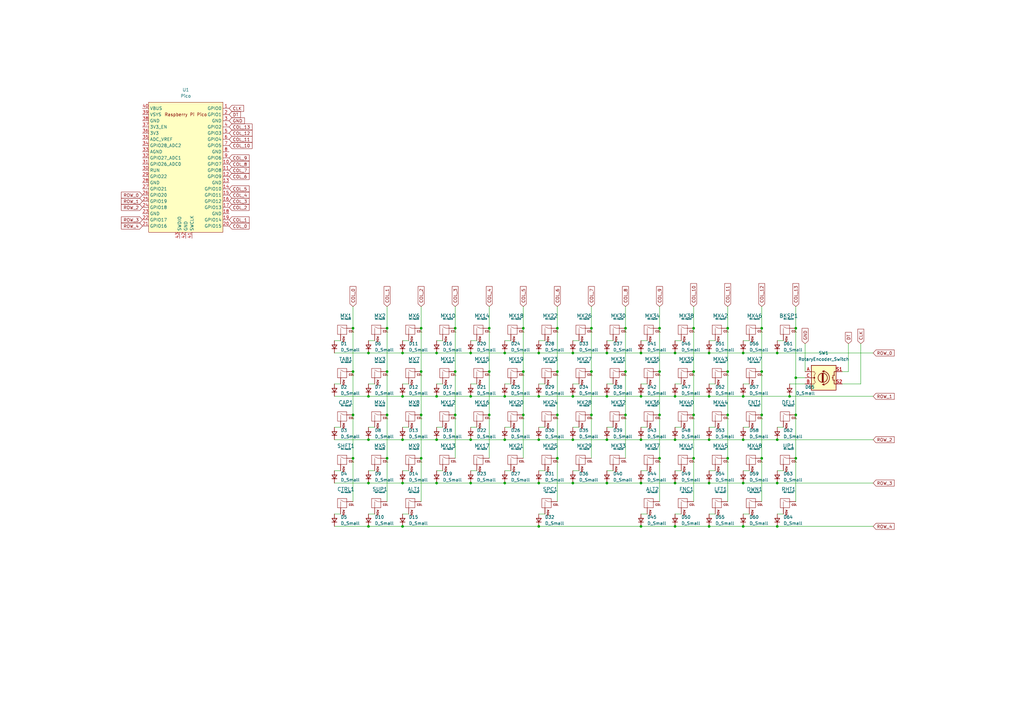
<source format=kicad_sch>
(kicad_sch (version 20211123) (generator eeschema)
  (paper "A3")
  (title_block (title "Orions Hands") (date "2022-10-07") (rev "1.0") (company "Aleksas Girenas"))
  (junction (at 220.98 215.9))
  (junction (at 298.45 134.62))
  (junction (at 207.01 162.56))
  (junction (at 144.78 187.96))
  (junction (at 248.92 198.12))
  (junction (at 248.92 162.56))
  (junction (at 262.89 198.12))
  (junction (at 220.98 198.12))
  (junction (at 242.57 134.62))
  (junction (at 144.78 134.62))
  (junction (at 298.45 152.4))
  (junction (at 165.1 162.56))
  (junction (at 193.04 162.56))
  (junction (at 165.1 215.9))
  (junction (at 318.77 144.78))
  (junction (at 151.13 215.9))
  (junction (at 270.51 152.4))
  (junction (at 256.54 134.62))
  (junction (at 326.39 187.96))
  (junction (at 276.86 180.34))
  (junction (at 312.42 187.96))
  (junction (at 270.51 170.18))
  (junction (at 326.39 154.94))
  (junction (at 228.6 152.4))
  (junction (at 270.51 187.96))
  (junction (at 304.8 162.56))
  (junction (at 262.89 215.9))
  (junction (at 276.86 198.12))
  (junction (at 186.69 134.62))
  (junction (at 144.78 170.18))
  (junction (at 276.86 144.78))
  (junction (at 207.01 198.12))
  (junction (at 312.42 134.62))
  (junction (at 234.95 198.12))
  (junction (at 304.8 144.78))
  (junction (at 228.6 187.96))
  (junction (at 172.72 187.96))
  (junction (at 144.78 152.4))
  (junction (at 179.07 180.34))
  (junction (at 304.8 215.9))
  (junction (at 284.48 152.4))
  (junction (at 165.1 198.12))
  (junction (at 179.07 162.56))
  (junction (at 318.77 215.9))
  (junction (at 220.98 162.56))
  (junction (at 298.45 170.18))
  (junction (at 262.89 180.34))
  (junction (at 234.95 180.34))
  (junction (at 242.57 152.4))
  (junction (at 193.04 180.34))
  (junction (at 165.1 180.34))
  (junction (at 248.92 180.34))
  (junction (at 234.95 144.78))
  (junction (at 284.48 134.62))
  (junction (at 326.39 170.18))
  (junction (at 290.83 144.78))
  (junction (at 228.6 134.62))
  (junction (at 151.13 144.78))
  (junction (at 312.42 152.4))
  (junction (at 256.54 170.18))
  (junction (at 172.72 134.62))
  (junction (at 158.75 134.62))
  (junction (at 151.13 162.56))
  (junction (at 262.89 144.78))
  (junction (at 284.48 170.18))
  (junction (at 248.92 144.78))
  (junction (at 172.72 152.4))
  (junction (at 228.6 170.18))
  (junction (at 207.01 180.34))
  (junction (at 214.63 134.62))
  (junction (at 158.75 170.18))
  (junction (at 158.75 187.96))
  (junction (at 276.86 162.56))
  (junction (at 242.57 170.18))
  (junction (at 234.95 162.56))
  (junction (at 179.07 144.78))
  (junction (at 318.77 198.12))
  (junction (at 284.48 187.96))
  (junction (at 304.8 180.34))
  (junction (at 214.63 152.4))
  (junction (at 290.83 180.34))
  (junction (at 200.66 170.18))
  (junction (at 193.04 198.12))
  (junction (at 207.01 144.78))
  (junction (at 186.69 152.4))
  (junction (at 290.83 198.12))
  (junction (at 270.51 134.62))
  (junction (at 290.83 215.9))
  (junction (at 304.8 198.12))
  (junction (at 312.42 170.18))
  (junction (at 262.89 162.56))
  (junction (at 186.69 170.18))
  (junction (at 220.98 180.34))
  (junction (at 318.77 180.34))
  (junction (at 326.39 134.62))
  (junction (at 151.13 198.12))
  (junction (at 290.83 162.56))
  (junction (at 158.75 152.4))
  (junction (at 200.66 152.4))
  (junction (at 256.54 152.4))
  (junction (at 323.85 162.56))
  (junction (at 220.98 144.78))
  (junction (at 214.63 170.18))
  (junction (at 193.04 144.78))
  (junction (at 151.13 180.34))
  (junction (at 165.1 144.78))
  (junction (at 172.72 170.18))
  (junction (at 276.86 215.9))
  (junction (at 179.07 198.12))
  (junction (at 298.45 187.96))
  (junction (at 200.66 134.62))
  (wire (pts (xy 172.72 187.96) (xy 172.72 205.74)))
  (wire (pts (xy 290.83 210.82) (xy 293.37 210.82)))
  (wire (pts (xy 298.45 170.18) (xy 298.45 187.96)))
  (wire (pts (xy 179.07 144.78) (xy 193.04 144.78)))
  (wire (pts (xy 234.95 162.56) (xy 248.92 162.56)))
  (wire (pts (xy 179.07 157.48) (xy 181.61 157.48)))
  (wire (pts (xy 276.86 193.04) (xy 279.4 193.04)))
  (wire (pts (xy 318.77 180.34) (xy 358.14 180.34)))
  (wire (pts (xy 200.66 125.73) (xy 200.66 134.62)))
  (wire (pts (xy 270.51 152.4) (xy 270.51 170.18)))
  (wire (pts (xy 298.45 125.73) (xy 298.45 134.62)))
  (wire (pts (xy 158.75 134.62) (xy 158.75 152.4)))
  (wire (pts (xy 179.07 180.34) (xy 193.04 180.34)))
  (wire (pts (xy 284.48 152.4) (xy 284.48 170.18)))
  (wire (pts (xy 323.85 157.48) (xy 330.2 157.48)))
  (wire (pts (xy 276.86 198.12) (xy 290.83 198.12)))
  (wire (pts (xy 172.72 134.62) (xy 172.72 152.4)))
  (wire (pts (xy 200.66 152.4) (xy 200.66 170.18)))
  (wire (pts (xy 242.57 134.62) (xy 242.57 152.4)))
  (wire (pts (xy 345.44 152.4) (xy 347.98 152.4)))
  (wire (pts (xy 242.57 125.73) (xy 242.57 134.62)))
  (wire (pts (xy 186.69 134.62) (xy 186.69 152.4)))
  (wire (pts (xy 262.89 162.56) (xy 276.86 162.56)))
  (wire (pts (xy 220.98 162.56) (xy 234.95 162.56)))
  (wire (pts (xy 248.92 180.34) (xy 262.89 180.34)))
  (wire (pts (xy 326.39 170.18) (xy 326.39 187.96)))
  (wire (pts (xy 312.42 170.18) (xy 312.42 187.96)))
  (wire (pts (xy 207.01 180.34) (xy 220.98 180.34)))
  (wire (pts (xy 151.13 193.04) (xy 153.67 193.04)))
  (wire (pts (xy 304.8 193.04) (xy 307.34 193.04)))
  (wire (pts (xy 312.42 187.96) (xy 312.42 205.74)))
  (wire (pts (xy 345.44 157.48) (xy 353.06 157.48)))
  (wire (pts (xy 137.16 162.56) (xy 151.13 162.56)))
  (wire (pts (xy 151.13 210.82) (xy 153.67 210.82)))
  (wire (pts (xy 248.92 157.48) (xy 251.46 157.48)))
  (wire (pts (xy 234.95 198.12) (xy 248.92 198.12)))
  (wire (pts (xy 318.77 193.04) (xy 321.31 193.04)))
  (wire (pts (xy 228.6 134.62) (xy 228.6 152.4)))
  (wire (pts (xy 165.1 180.34) (xy 179.07 180.34)))
  (wire (pts (xy 290.83 139.7) (xy 293.37 139.7)))
  (wire (pts (xy 179.07 198.12) (xy 193.04 198.12)))
  (wire (pts (xy 326.39 125.73) (xy 326.39 134.62)))
  (wire (pts (xy 220.98 210.82) (xy 223.52 210.82)))
  (wire (pts (xy 276.86 139.7) (xy 279.4 139.7)))
  (wire (pts (xy 304.8 215.9) (xy 318.77 215.9)))
  (wire (pts (xy 318.77 210.82) (xy 321.31 210.82)))
  (wire (pts (xy 290.83 175.26) (xy 293.37 175.26)))
  (wire (pts (xy 144.78 134.62) (xy 144.78 152.4)))
  (wire (pts (xy 347.98 140.97) (xy 347.98 152.4)))
  (wire (pts (xy 151.13 157.48) (xy 153.67 157.48)))
  (wire (pts (xy 326.39 154.94) (xy 326.39 170.18)))
  (wire (pts (xy 312.42 125.73) (xy 312.42 134.62)))
  (wire (pts (xy 276.86 144.78) (xy 290.83 144.78)))
  (wire (pts (xy 193.04 139.7) (xy 195.58 139.7)))
  (wire (pts (xy 144.78 152.4) (xy 144.78 170.18)))
  (wire (pts (xy 298.45 134.62) (xy 298.45 152.4)))
  (wire (pts (xy 193.04 193.04) (xy 195.58 193.04)))
  (wire (pts (xy 220.98 198.12) (xy 234.95 198.12)))
  (wire (pts (xy 304.8 198.12) (xy 318.77 198.12)))
  (wire (pts (xy 151.13 198.12) (xy 165.1 198.12)))
  (wire (pts (xy 262.89 215.9) (xy 276.86 215.9)))
  (wire (pts (xy 158.75 152.4) (xy 158.75 170.18)))
  (wire (pts (xy 137.16 193.04) (xy 139.7 193.04)))
  (wire (pts (xy 137.16 215.9) (xy 151.13 215.9)))
  (wire (pts (xy 276.86 175.26) (xy 279.4 175.26)))
  (wire (pts (xy 330.2 140.97) (xy 330.2 152.4)))
  (wire (pts (xy 248.92 162.56) (xy 262.89 162.56)))
  (wire (pts (xy 234.95 193.04) (xy 237.49 193.04)))
  (wire (pts (xy 304.8 210.82) (xy 307.34 210.82)))
  (wire (pts (xy 165.1 162.56) (xy 179.07 162.56)))
  (wire (pts (xy 137.16 139.7) (xy 139.7 139.7)))
  (wire (pts (xy 290.83 180.34) (xy 304.8 180.34)))
  (wire (pts (xy 214.63 125.73) (xy 214.63 134.62)))
  (wire (pts (xy 207.01 162.56) (xy 220.98 162.56)))
  (wire (pts (xy 290.83 162.56) (xy 304.8 162.56)))
  (wire (pts (xy 358.14 198.12) (xy 318.77 198.12)))
  (wire (pts (xy 158.75 125.73) (xy 158.75 134.62)))
  (wire (pts (xy 179.07 175.26) (xy 181.61 175.26)))
  (wire (pts (xy 326.39 154.94) (xy 330.2 154.94)))
  (wire (pts (xy 262.89 193.04) (xy 265.43 193.04)))
  (wire (pts (xy 290.83 144.78) (xy 304.8 144.78)))
  (wire (pts (xy 220.98 180.34) (xy 234.95 180.34)))
  (wire (pts (xy 151.13 144.78) (xy 165.1 144.78)))
  (wire (pts (xy 353.06 140.97) (xy 353.06 157.48)))
  (wire (pts (xy 312.42 134.62) (xy 312.42 152.4)))
  (wire (pts (xy 144.78 125.73) (xy 144.78 134.62)))
  (wire (pts (xy 207.01 175.26) (xy 209.55 175.26)))
  (wire (pts (xy 207.01 193.04) (xy 209.55 193.04)))
  (wire (pts (xy 256.54 170.18) (xy 256.54 187.96)))
  (wire (pts (xy 193.04 175.26) (xy 195.58 175.26)))
  (wire (pts (xy 220.98 215.9) (xy 262.89 215.9)))
  (wire (pts (xy 137.16 210.82) (xy 139.7 210.82)))
  (wire (pts (xy 228.6 170.18) (xy 228.6 187.96)))
  (wire (pts (xy 137.16 144.78) (xy 151.13 144.78)))
  (wire (pts (xy 179.07 193.04) (xy 181.61 193.04)))
  (wire (pts (xy 220.98 157.48) (xy 223.52 157.48)))
  (wire (pts (xy 284.48 134.62) (xy 284.48 152.4)))
  (wire (pts (xy 270.51 187.96) (xy 270.51 205.74)))
  (wire (pts (xy 172.72 125.73) (xy 172.72 134.62)))
  (wire (pts (xy 234.95 175.26) (xy 237.49 175.26)))
  (wire (pts (xy 234.95 144.78) (xy 248.92 144.78)))
  (wire (pts (xy 207.01 157.48) (xy 209.55 157.48)))
  (wire (pts (xy 158.75 187.96) (xy 158.75 205.74)))
  (wire (pts (xy 318.77 180.34) (xy 304.8 180.34)))
  (wire (pts (xy 290.83 157.48) (xy 293.37 157.48)))
  (wire (pts (xy 270.51 125.73) (xy 270.51 134.62)))
  (wire (pts (xy 151.13 180.34) (xy 165.1 180.34)))
  (wire (pts (xy 234.95 157.48) (xy 237.49 157.48)))
  (wire (pts (xy 318.77 144.78) (xy 358.14 144.78)))
  (wire (pts (xy 193.04 198.12) (xy 207.01 198.12)))
  (wire (pts (xy 262.89 157.48) (xy 265.43 157.48)))
  (wire (pts (xy 186.69 170.18) (xy 186.69 187.96)))
  (wire (pts (xy 276.86 157.48) (xy 279.4 157.48)))
  (wire (pts (xy 193.04 144.78) (xy 207.01 144.78)))
  (wire (pts (xy 262.89 210.82) (xy 265.43 210.82)))
  (wire (pts (xy 165.1 210.82) (xy 167.64 210.82)))
  (wire (pts (xy 165.1 139.7) (xy 167.64 139.7)))
  (wire (pts (xy 242.57 170.18) (xy 242.57 187.96)))
  (wire (pts (xy 200.66 170.18) (xy 200.66 187.96)))
  (wire (pts (xy 207.01 198.12) (xy 220.98 198.12)))
  (wire (pts (xy 165.1 198.12) (xy 179.07 198.12)))
  (wire (pts (xy 262.89 180.34) (xy 276.86 180.34)))
  (wire (pts (xy 326.39 187.96) (xy 326.39 205.74)))
  (wire (pts (xy 290.83 193.04) (xy 293.37 193.04)))
  (wire (pts (xy 165.1 215.9) (xy 220.98 215.9)))
  (wire (pts (xy 209.55 139.7) (xy 207.01 139.7)))
  (wire (pts (xy 220.98 175.26) (xy 223.52 175.26)))
  (wire (pts (xy 284.48 187.96) (xy 284.48 205.74)))
  (wire (pts (xy 137.16 198.12) (xy 151.13 198.12)))
  (wire (pts (xy 298.45 152.4) (xy 298.45 170.18)))
  (wire (pts (xy 248.92 175.26) (xy 251.46 175.26)))
  (wire (pts (xy 248.92 144.78) (xy 262.89 144.78)))
  (wire (pts (xy 165.1 193.04) (xy 167.64 193.04)))
  (wire (pts (xy 276.86 162.56) (xy 290.83 162.56)))
  (wire (pts (xy 220.98 144.78) (xy 234.95 144.78)))
  (wire (pts (xy 318.77 139.7) (xy 321.31 139.7)))
  (wire (pts (xy 228.6 187.96) (xy 228.6 205.74)))
  (wire (pts (xy 193.04 162.56) (xy 207.01 162.56)))
  (wire (pts (xy 234.95 139.7) (xy 237.49 139.7)))
  (wire (pts (xy 193.04 180.34) (xy 207.01 180.34)))
  (wire (pts (xy 165.1 175.26) (xy 167.64 175.26)))
  (wire (pts (xy 298.45 187.96) (xy 298.45 205.74)))
  (wire (pts (xy 137.16 175.26) (xy 139.7 175.26)))
  (wire (pts (xy 262.89 144.78) (xy 276.86 144.78)))
  (wire (pts (xy 290.83 198.12) (xy 304.8 198.12)))
  (wire (pts (xy 276.86 210.82) (xy 279.4 210.82)))
  (wire (pts (xy 256.54 152.4) (xy 256.54 170.18)))
  (wire (pts (xy 153.67 139.7) (xy 151.13 139.7)))
  (wire (pts (xy 151.13 215.9) (xy 165.1 215.9)))
  (wire (pts (xy 220.98 139.7) (xy 223.52 139.7)))
  (wire (pts (xy 234.95 180.34) (xy 248.92 180.34)))
  (wire (pts (xy 304.8 144.78) (xy 318.77 144.78)))
  (wire (pts (xy 165.1 157.48) (xy 167.64 157.48)))
  (wire (pts (xy 284.48 170.18) (xy 284.48 187.96)))
  (wire (pts (xy 165.1 144.78) (xy 179.07 144.78)))
  (wire (pts (xy 179.07 139.7) (xy 181.61 139.7)))
  (wire (pts (xy 318.77 175.26) (xy 321.31 175.26)))
  (wire (pts (xy 172.72 152.4) (xy 172.72 170.18)))
  (wire (pts (xy 270.51 134.62) (xy 270.51 152.4)))
  (wire (pts (xy 276.86 180.34) (xy 290.83 180.34)))
  (wire (pts (xy 144.78 187.96) (xy 144.78 205.74)))
  (wire (pts (xy 304.8 162.56) (xy 323.85 162.56)))
  (wire (pts (xy 290.83 215.9) (xy 304.8 215.9)))
  (wire (pts (xy 318.77 215.9) (xy 358.14 215.9)))
  (wire (pts (xy 151.13 175.26) (xy 153.67 175.26)))
  (wire (pts (xy 214.63 152.4) (xy 214.63 170.18)))
  (wire (pts (xy 312.42 152.4) (xy 312.42 170.18)))
  (wire (pts (xy 186.69 125.73) (xy 186.69 134.62)))
  (wire (pts (xy 179.07 162.56) (xy 193.04 162.56)))
  (wire (pts (xy 220.98 193.04) (xy 223.52 193.04)))
  (wire (pts (xy 284.48 125.73) (xy 284.48 134.62)))
  (wire (pts (xy 304.8 157.48) (xy 307.34 157.48)))
  (wire (pts (xy 158.75 170.18) (xy 158.75 187.96)))
  (wire (pts (xy 214.63 170.18) (xy 214.63 187.96)))
  (wire (pts (xy 193.04 157.48) (xy 195.58 157.48)))
  (wire (pts (xy 323.85 162.56) (xy 358.14 162.56)))
  (wire (pts (xy 228.6 152.4) (xy 228.6 170.18)))
  (wire (pts (xy 172.72 170.18) (xy 172.72 187.96)))
  (wire (pts (xy 214.63 134.62) (xy 214.63 152.4)))
  (wire (pts (xy 248.92 193.04) (xy 251.46 193.04)))
  (wire (pts (xy 200.66 134.62) (xy 200.66 152.4)))
  (wire (pts (xy 256.54 134.62) (xy 256.54 152.4)))
  (wire (pts (xy 248.92 198.12) (xy 262.89 198.12)))
  (wire (pts (xy 270.51 170.18) (xy 270.51 187.96)))
  (wire (pts (xy 242.57 152.4) (xy 242.57 170.18)))
  (wire (pts (xy 262.89 175.26) (xy 265.43 175.26)))
  (wire (pts (xy 276.86 215.9) (xy 290.83 215.9)))
  (wire (pts (xy 262.89 139.7) (xy 265.43 139.7)))
  (wire (pts (xy 144.78 170.18) (xy 144.78 187.96)))
  (wire (pts (xy 304.8 139.7) (xy 307.34 139.7)))
  (wire (pts (xy 262.89 198.12) (xy 276.86 198.12)))
  (wire (pts (xy 304.8 175.26) (xy 307.34 175.26)))
  (wire (pts (xy 326.39 134.62) (xy 326.39 154.94)))
  (wire (pts (xy 137.16 157.48) (xy 139.7 157.48)))
  (wire (pts (xy 256.54 125.73) (xy 256.54 134.62)))
  (wire (pts (xy 228.6 125.73) (xy 228.6 134.62)))
  (wire (pts (xy 137.16 180.34) (xy 151.13 180.34)))
  (wire (pts (xy 186.69 152.4) (xy 186.69 170.18)))
  (wire (pts (xy 151.13 162.56) (xy 165.1 162.56)))
  (wire (pts (xy 248.92 139.7) (xy 251.46 139.7)))
  (wire (pts (xy 207.01 144.78) (xy 220.98 144.78)))
  (global_label "ROW_0" (shape input) (at 58.42 80.01 180) (property "Intersheet References" "${INTERSHEET_REFS}" (effects hide)))
  (global_label "COL_5" (shape input) (at 214.63 125.73 90) (property "Intersheet References" "${INTERSHEET_REFS}" (effects hide)))
  (global_label "COL_11" (shape input) (at 93.98 57.15 0) (property "Intersheet References" "${INTERSHEET_REFS}" (effects hide)))
  (global_label "ROW_0" (shape input) (at 358.14 144.78 0) (property "Intersheet References" "${INTERSHEET_REFS}" (effects hide)))
  (global_label "COL_2" (shape input) (at 93.98 85.09 0) (property "Intersheet References" "${INTERSHEET_REFS}" (effects hide)))
  (global_label "DT" (shape input) (at 93.98 46.99 0) (property "Intersheet References" "${INTERSHEET_REFS}" (effects hide)))
  (global_label "COL_6" (shape input) (at 228.6 125.73 90) (property "Intersheet References" "${INTERSHEET_REFS}" (effects hide)))
  (global_label "COL_2" (shape input) (at 172.72 125.73 90) (property "Intersheet References" "${INTERSHEET_REFS}" (effects hide)))
  (global_label "COL_5" (shape input) (at 93.98 77.47 0) (property "Intersheet References" "${INTERSHEET_REFS}" (effects hide)))
  (global_label "COL_3" (shape input) (at 186.69 125.73 90) (property "Intersheet References" "${INTERSHEET_REFS}" (effects hide)))
  (global_label "COL_3" (shape input) (at 93.98 82.55 0) (property "Intersheet References" "${INTERSHEET_REFS}" (effects hide)))
  (global_label "ROW_4" (shape input) (at 58.42 92.71 180) (property "Intersheet References" "${INTERSHEET_REFS}" (effects hide)))
  (global_label "COL_11" (shape input) (at 298.45 125.73 90) (property "Intersheet References" "${INTERSHEET_REFS}" (effects hide)))
  (global_label "COL_0" (shape input) (at 93.98 92.71 0) (property "Intersheet References" "${INTERSHEET_REFS}" (effects hide)))
  (global_label "COL_8" (shape input) (at 256.54 125.73 90) (property "Intersheet References" "${INTERSHEET_REFS}" (effects hide)))
  (global_label "CLK" (shape input) (at 353.06 140.97 90) (property "Intersheet References" "${INTERSHEET_REFS}" (effects hide)))
  (global_label "COL_0" (shape input) (at 144.78 125.73 90) (property "Intersheet References" "${INTERSHEET_REFS}" (effects hide)))
  (global_label "COL_9" (shape input) (at 270.51 125.73 90) (property "Intersheet References" "${INTERSHEET_REFS}" (effects hide)))
  (global_label "COL_4" (shape input) (at 93.98 80.01 0) (property "Intersheet References" "${INTERSHEET_REFS}" (effects hide)))
  (global_label "COL_10" (shape input) (at 93.98 59.69 0) (property "Intersheet References" "${INTERSHEET_REFS}" (effects hide)))
  (global_label "ROW_1" (shape input) (at 358.14 162.56 0) (property "Intersheet References" "${INTERSHEET_REFS}" (effects hide)))
  (global_label "COL_10" (shape input) (at 284.48 125.73 90) (property "Intersheet References" "${INTERSHEET_REFS}" (effects hide)))
  (global_label "COL_1" (shape input) (at 158.75 125.73 90) (property "Intersheet References" "${INTERSHEET_REFS}" (effects hide)))
  (global_label "DT" (shape input) (at 347.98 140.97 90) (property "Intersheet References" "${INTERSHEET_REFS}" (effects hide)))
  (global_label "COL_7" (shape input) (at 242.57 125.73 90) (property "Intersheet References" "${INTERSHEET_REFS}" (effects hide)))
  (global_label "COL_6" (shape input) (at 93.98 72.39 0) (property "Intersheet References" "${INTERSHEET_REFS}" (effects hide)))
  (global_label "ROW_4" (shape input) (at 358.14 215.9 0) (property "Intersheet References" "${INTERSHEET_REFS}" (effects hide)))
  (global_label "GND" (shape input) (at 330.2 140.97 90) (property "Intersheet References" "${INTERSHEET_REFS}" (effects hide)))
  (global_label "GND" (shape input) (at 93.98 49.53 0) (property "Intersheet References" "${INTERSHEET_REFS}" (effects hide)))
  (global_label "COL_4" (shape input) (at 200.66 125.73 90) (property "Intersheet References" "${INTERSHEET_REFS}" (effects hide)))
  (global_label "ROW_1" (shape input) (at 58.42 82.55 180) (property "Intersheet References" "${INTERSHEET_REFS}" (effects hide)))
  (global_label "ROW_3" (shape input) (at 58.42 90.17 180) (property "Intersheet References" "${INTERSHEET_REFS}" (effects hide)))
  (global_label "COL_9" (shape input) (at 93.98 64.77 0) (property "Intersheet References" "${INTERSHEET_REFS}" (effects hide)))
  (global_label "COL_12" (shape input) (at 312.42 125.73 90) (property "Intersheet References" "${INTERSHEET_REFS}" (effects hide)))
  (global_label "ROW_2" (shape input) (at 358.14 180.34 0) (property "Intersheet References" "${INTERSHEET_REFS}" (effects hide)))
  (global_label "COL_13" (shape input) (at 326.39 125.73 90) (property "Intersheet References" "${INTERSHEET_REFS}" (effects hide)))
  (global_label "CLK" (shape input) (at 93.98 44.45 0) (property "Intersheet References" "${INTERSHEET_REFS}" (effects hide)))
  (global_label "COL_13" (shape input) (at 93.98 52.07 0) (property "Intersheet References" "${INTERSHEET_REFS}" (effects hide)))
  (global_label "COL_1" (shape input) (at 93.98 90.17 0) (property "Intersheet References" "${INTERSHEET_REFS}" (effects hide)))
  (global_label "ROW_2" (shape input) (at 58.42 85.09 180) (property "Intersheet References" "${INTERSHEET_REFS}" (effects hide)))
  (global_label "ROW_3" (shape input) (at 358.14 198.12 0) (property "Intersheet References" "${INTERSHEET_REFS}" (effects hide)))
  (global_label "COL_7" (shape input) (at 93.98 69.85 0) (property "Intersheet References" "${INTERSHEET_REFS}" (effects hide)))
  (global_label "COL_8" (shape input) (at 93.98 67.31 0) (property "Intersheet References" "${INTERSHEET_REFS}" (effects hide)))
  (global_label "COL_12" (shape input) (at 93.98 54.61 0) (property "Intersheet References" "${INTERSHEET_REFS}" (effects hide)))
  (symbol (lib_id "Device:D_Small") (at 318.77 195.58 90) (unit 1)
    (property "Reference" "D63" (at 321.31 194.3099 90) (effects (justify right)))
    (property "Value" "D_Small" (at 321.31 196.8499 90) (effects (justify right)))
    (property "Footprint" "Diode_SMD:D_SOD-123" (effects hide))
  )
  (symbol (lib_id "Device:D_Small") (at 304.8 177.8 90) (unit 1)
    (property "Reference" "D58" (at 307.34 176.5299 90) (effects (justify right)))
    (property "Value" "D_Small" (at 307.34 179.0699 90) (effects (justify right)))
    (property "Footprint" "Diode_SMD:D_SOD-123" (effects hide))
  )
  (symbol (lib_id "Device:D_Small") (at 304.8 142.24 90) (unit 1)
    (property "Reference" "D56" (at 307.34 140.9699 90) (effects (justify right)))
    (property "Value" "D_Small" (at 307.34 143.5099 90) (effects (justify right)))
    (property "Footprint" "Diode_SMD:D_SOD-123" (effects hide))
  )
  (symbol (lib_id "Device:D_Small") (at 165.1 142.24 90) (unit 1)
    (property "Reference" "D11" (at 167.64 140.9699 90) (effects (justify right)))
    (property "Value" "D_Small" (at 167.64 143.5099 90) (effects (justify right)))
    (property "Footprint" "Diode_SMD:D_SOD-123" (effects hide))
  )
  (symbol (lib_id "Device:D_Small") (at 193.04 177.8 90) (unit 1)
    (property "Reference" "D22" (at 195.58 176.5299 90) (effects (justify right)))
    (property "Value" "D_Small" (at 195.58 179.0699 90) (effects (justify right)))
    (property "Footprint" "Diode_SMD:D_SOD-123" (effects hide))
  )
  (symbol (lib_id "MX_Alps_Hybrid:MX-NoLED") (at 224.79 135.89 0) (unit 1)
    (property "Reference" "MX22" (at 225.6756 129.54 0) (effects (font (size 1.524 1.524))))
    (property "Value" "MX-NoLED" (at 225.6756 130.81 0) (effects (font (size 0.508 0.508))))
    (property "Footprint" "Button_Switch_Keyboard:SW_Cherry_MX_1.00u_PCB" (effects hide))
  )
  (symbol (lib_id "Device:D_Small") (at 276.86 160.02 90) (unit 1)
    (property "Reference" "D47" (at 279.4 158.7499 90) (effects (justify right)))
    (property "Value" "D_Small" (at 279.4 161.2899 90) (effects (justify right)))
    (property "Footprint" "Diode_SMD:D_SOD-123" (effects hide))
  )
  (symbol (lib_id "Device:D_Small") (at 151.13 213.36 90) (unit 1)
    (property "Reference" "D10" (at 153.67 212.0899 90) (effects (justify right)))
    (property "Value" "D_Small" (at 153.67 214.6299 90) (effects (justify right)))
    (property "Footprint" "Diode_SMD:D_SOD-123" (effects hide))
  )
  (symbol (lib_id "MX_Alps_Hybrid:MX-NoLED") (at 280.67 189.23 0) (unit 1)
    (property "Reference" "MX41" (at 281.5556 182.88 0) (effects (font (size 1.524 1.524))))
    (property "Value" "MX-NoLED" (at 281.5556 184.15 0) (effects (font (size 0.508 0.508))))
    (property "Footprint" "Button_Switch_Keyboard:SW_Cherry_MX_1.00u_PCB" (effects hide))
  )
  (symbol (lib_id "Device:D_Small") (at 304.8 160.02 90) (unit 1)
    (property "Reference" "D57" (at 307.34 158.7499 90) (effects (justify right)))
    (property "Value" "D_Small" (at 307.34 161.2899 90) (effects (justify right)))
    (property "Footprint" "Diode_SMD:D_SOD-123" (effects hide))
  )
  (symbol (lib_id "Device:D_Small") (at 165.1 177.8 90) (unit 1)
    (property "Reference" "D13" (at 167.64 176.5299 90) (effects (justify right)))
    (property "Value" "D_Small" (at 167.64 179.0699 90) (effects (justify right)))
    (property "Footprint" "Diode_SMD:D_SOD-123" (effects hide))
  )
  (symbol (lib_id "Device:D_Small") (at 276.86 213.36 90) (unit 1)
    (property "Reference" "D50" (at 279.4 212.0899 90) (effects (justify right)))
    (property "Value" "D_Small" (at 279.4 214.6299 90) (effects (justify right)))
    (property "Footprint" "Diode_SMD:D_SOD-123" (effects hide))
  )
  (symbol (lib_id "MX_Alps_Hybrid:MX-NoLED") (at 196.85 135.89 0) (unit 1)
    (property "Reference" "MX14" (at 197.7356 129.54 0) (effects (font (size 1.524 1.524))))
    (property "Value" "MX-NoLED" (at 197.7356 130.81 0) (effects (font (size 0.508 0.508))))
    (property "Footprint" "Button_Switch_Keyboard:SW_Cherry_MX_1.00u_PCB" (effects hide))
  )
  (symbol (lib_id "Device:D_Small") (at 318.77 177.8 90) (unit 1)
    (property "Reference" "D62" (at 321.31 176.5299 90) (effects (justify right)))
    (property "Value" "D_Small" (at 321.31 179.0699 90) (effects (justify right)))
    (property "Footprint" "Diode_SMD:D_SOD-123" (effects hide))
  )
  (symbol (lib_id "Device:D_Small") (at 234.95 142.24 90) (unit 1)
    (property "Reference" "D33" (at 237.49 140.9699 90) (effects (justify right)))
    (property "Value" "D_Small" (at 237.49 143.5099 90) (effects (justify right)))
    (property "Footprint" "Diode_SMD:D_SOD-123" (effects hide))
  )
  (symbol (lib_id "Device:D_Small") (at 137.16 160.02 90) (unit 1)
    (property "Reference" "D2" (at 139.7 158.7499 90) (effects (justify right)))
    (property "Value" "D_Small" (at 139.7 161.2899 90) (effects (justify right)))
    (property "Footprint" "Diode_SMD:D_SOD-123" (effects hide))
  )
  (symbol (lib_id "Device:D_Small") (at 179.07 177.8 90) (unit 1)
    (property "Reference" "D18" (at 181.61 176.5299 90) (effects (justify right)))
    (property "Value" "D_Small" (at 181.61 179.0699 90) (effects (justify right)))
    (property "Footprint" "Diode_SMD:D_SOD-123" (effects hide))
  )
  (symbol (lib_id "Device:D_Small") (at 179.07 160.02 90) (unit 1)
    (property "Reference" "D17" (at 181.61 158.7499 90) (effects (justify right)))
    (property "Value" "D_Small" (at 181.61 161.2899 90) (effects (justify right)))
    (property "Footprint" "Diode_SMD:D_SOD-123" (effects hide))
  )
  (symbol (lib_id "Device:D_Small") (at 290.83 142.24 90) (unit 1)
    (property "Reference" "D51" (at 293.37 140.9699 90) (effects (justify right)))
    (property "Value" "D_Small" (at 293.37 143.5099 90) (effects (justify right)))
    (property "Footprint" "Diode_SMD:D_SOD-123" (effects hide))
  )
  (symbol (lib_id "Device:D_Small") (at 220.98 195.58 90) (unit 1)
    (property "Reference" "D31" (at 223.52 194.3099 90) (effects (justify right)))
    (property "Value" "D_Small" (at 223.52 196.8499 90) (effects (justify right)))
    (property "Footprint" "Diode_SMD:D_SOD-123" (effects hide))
  )
  (symbol (lib_id "Device:D_Small") (at 137.16 142.24 90) (unit 1)
    (property "Reference" "D1" (at 139.7 140.9699 90) (effects (justify right)))
    (property "Value" "D_Small" (at 139.7 143.5099 90) (effects (justify right)))
    (property "Footprint" "Diode_SMD:D_SOD-123" (effects hide))
  )
  (symbol (lib_id "Device:D_Small") (at 262.89 177.8 90) (unit 1)
    (property "Reference" "D43" (at 265.43 176.5299 90) (effects (justify right)))
    (property "Value" "D_Small" (at 265.43 179.0699 90) (effects (justify right)))
    (property "Footprint" "Diode_SMD:D_SOD-123" (effects hide))
  )
  (symbol (lib_id "Device:D_Small") (at 207.01 142.24 90) (unit 1)
    (property "Reference" "D24" (at 209.55 140.9699 90) (effects (justify right)))
    (property "Value" "D_Small" (at 209.55 143.5099 90) (effects (justify right)))
    (property "Footprint" "Diode_SMD:D_SOD-123" (effects hide))
  )
  (symbol (lib_id "MX_Alps_Hybrid:MX-NoLED") (at 154.94 171.45 0) (unit 1)
    (property "Reference" "MX4" (at 155.8256 165.1 0) (effects (font (size 1.524 1.524))))
    (property "Value" "MX-NoLED" (at 155.8256 166.37 0) (effects (font (size 0.508 0.508))))
    (property "Footprint" "Button_Switch_Keyboard:SW_Cherry_MX_1.00u_PCB" (effects hide))
  )
  (symbol (lib_id "Device:D_Small") (at 207.01 195.58 90) (unit 1)
    (property "Reference" "D27" (at 209.55 194.3099 90) (effects (justify right)))
    (property "Value" "D_Small" (at 209.55 196.8499 90) (effects (justify right)))
    (property "Footprint" "Diode_SMD:D_SOD-123" (effects hide))
  )
  (symbol (lib_id "MX_Alps_Hybrid:MX-NoLED") (at 252.73 153.67 0) (unit 1)
    (property "Reference" "MX31" (at 253.6156 147.32 0) (effects (font (size 1.524 1.524))))
    (property "Value" "MX-NoLED" (at 253.6156 148.59 0) (effects (font (size 0.508 0.508))))
    (property "Footprint" "Button_Switch_Keyboard:SW_Cherry_MX_1.00u_PCB" (effects hide))
  )
  (symbol (lib_id "MX_Alps_Hybrid:MX-NoLED") (at 252.73 189.23 0) (unit 1)
    (property "Reference" "MX33" (at 253.6156 182.88 0) (effects (font (size 1.524 1.524))))
    (property "Value" "MX-NoLED" (at 253.6156 184.15 0) (effects (font (size 0.508 0.508))))
    (property "Footprint" "Button_Switch_Keyboard:SW_Cherry_MX_1.00u_PCB" (effects hide))
  )
  (symbol (lib_id "Device:D_Small") (at 248.92 142.24 90) (unit 1)
    (property "Reference" "D37" (at 251.46 140.9699 90) (effects (justify right)))
    (property "Value" "D_Small" (at 251.46 143.5099 90) (effects (justify right)))
    (property "Footprint" "Diode_SMD:D_SOD-123" (effects hide))
  )
  (symbol (lib_id "MX_Alps_Hybrid:MX-NoLED") (at 182.88 171.45 0) (unit 1)
    (property "Reference" "MX12" (at 183.7656 165.1 0) (effects (font (size 1.524 1.524))))
    (property "Value" "MX-NoLED" (at 183.7656 166.37 0) (effects (font (size 0.508 0.508))))
    (property "Footprint" "Button_Switch_Keyboard:SW_Cherry_MX_1.00u_PCB" (effects hide))
  )
  (symbol (lib_id "Device:D_Small") (at 262.89 160.02 90) (unit 1)
    (property "Reference" "D42" (at 265.43 158.7499 90) (effects (justify right)))
    (property "Value" "D_Small" (at 265.43 161.2899 90) (effects (justify right)))
    (property "Footprint" "Diode_SMD:D_SOD-123" (effects hide))
  )
  (symbol (lib_id "Device:D_Small") (at 248.92 195.58 90) (unit 1)
    (property "Reference" "D40" (at 251.46 194.3099 90) (effects (justify right)))
    (property "Value" "D_Small" (at 251.46 196.8499 90) (effects (justify right)))
    (property "Footprint" "Diode_SMD:D_SOD-123" (effects hide))
  )
  (symbol (lib_id "Device:D_Small") (at 304.8 213.36 90) (unit 1)
    (property "Reference" "D60" (at 307.34 212.0899 90) (effects (justify right)))
    (property "Value" "D_Small" (at 307.34 214.6299 90) (effects (justify right)))
    (property "Footprint" "Diode_SMD:D_SOD-123" (effects hide))
  )
  (symbol (lib_id "Device:D_Small") (at 323.85 160.02 90) (unit 1)
    (property "Reference" "D65" (at 330.2 158.7499 90) (effects (justify right)))
    (property "Value" "D_Small" (at 326.39 161.2899 90) (effects (justify right)))
    (property "Footprint" "Diode_SMD:D_SOD-123" (effects hide))
  )
  (symbol (lib_id "MX_Alps_Hybrid:MX-NoLED") (at 294.64 189.23 0) (unit 1)
    (property "Reference" "MX45" (at 295.5256 182.88 0) (effects (font (size 1.524 1.524))))
    (property "Value" "MX-NoLED" (at 295.5256 184.15 0) (effects (font (size 0.508 0.508))))
    (property "Footprint" "Button_Switch_Keyboard:SW_Cherry_MX_1.00u_PCB" (effects hide))
  )
  (symbol (lib_id "MX_Alps_Hybrid:MX-NoLED") (at 266.7 135.89 0) (unit 1)
    (property "Reference" "MX34" (at 267.5856 129.54 0) (effects (font (size 1.524 1.524))))
    (property "Value" "MX-NoLED" (at 267.5856 130.81 0) (effects (font (size 0.508 0.508))))
    (property "Footprint" "Button_Switch_Keyboard:SW_Cherry_MX_1.00u_PCB" (effects hide))
  )
  (symbol (lib_id "MX_Alps_Hybrid:MX-NoLED") (at 252.73 135.89 0) (unit 1)
    (property "Reference" "MX30" (at 253.6156 129.54 0) (effects (font (size 1.524 1.524))))
    (property "Value" "MX-NoLED" (at 253.6156 130.81 0) (effects (font (size 0.508 0.508))))
    (property "Footprint" "Button_Switch_Keyboard:SW_Cherry_MX_1.00u_PCB" (effects hide))
  )
  (symbol (lib_id "MX_Alps_Hybrid:MX-NoLED") (at 252.73 171.45 0) (unit 1)
    (property "Reference" "MX32" (at 253.6156 165.1 0) (effects (font (size 1.524 1.524))))
    (property "Value" "MX-NoLED" (at 253.6156 166.37 0) (effects (font (size 0.508 0.508))))
    (property "Footprint" "Button_Switch_Keyboard:SW_Cherry_MX_1.00u_PCB" (effects hide))
  )
  (symbol (lib_id "Device:D_Small") (at 193.04 142.24 90) (unit 1)
    (property "Reference" "D20" (at 195.58 140.9699 90) (effects (justify right)))
    (property "Value" "D_Small" (at 195.58 143.5099 90) (effects (justify right)))
    (property "Footprint" "Diode_SMD:D_SOD-123" (effects hide))
  )
  (symbol (lib_id "Device:D_Small") (at 151.13 177.8 90) (unit 1)
    (property "Reference" "D8" (at 153.67 176.5299 90) (effects (justify right)))
    (property "Value" "D_Small" (at 153.67 179.0699 90) (effects (justify right)))
    (property "Footprint" "Diode_SMD:D_SOD-123" (effects hide))
  )
  (symbol (lib_id "MX_Alps_Hybrid:MX-NoLED") (at 168.91 189.23 0) (unit 1)
    (property "Reference" "MX9" (at 169.7956 182.88 0) (effects (font (size 1.524 1.524))))
    (property "Value" "MX-NoLED" (at 169.7956 184.15 0) (effects (font (size 0.508 0.508))))
    (property "Footprint" "Button_Switch_Keyboard:SW_Cherry_MX_1.00u_PCB" (effects hide))
  )
  (symbol (lib_id "MX_Alps_Hybrid:MX-NoLED") (at 224.79 153.67 0) (unit 1)
    (property "Reference" "MX23" (at 225.6756 147.32 0) (effects (font (size 1.524 1.524))))
    (property "Value" "MX-NoLED" (at 225.6756 148.59 0) (effects (font (size 0.508 0.508))))
    (property "Footprint" "Button_Switch_Keyboard:SW_Cherry_MX_1.00u_PCB" (effects hide))
  )
  (symbol (lib_id "MX_Alps_Hybrid:MX-NoLED") (at 168.91 153.67 0) (unit 1)
    (property "Reference" "MX7" (at 169.7956 147.32 0) (effects (font (size 1.524 1.524))))
    (property "Value" "MX-NoLED" (at 169.7956 148.59 0) (effects (font (size 0.508 0.508))))
    (property "Footprint" "Button_Switch_Keyboard:SW_Cherry_MX_1.00u_PCB" (effects hide))
  )
  (symbol (lib_id "MX_Alps_Hybrid:MX-NoLED") (at 140.97 207.01 0) (unit 1)
    (property "Reference" "CTRL1" (at 141.8556 200.66 0) (effects (font (size 1.524 1.524))))
    (property "Value" "MX-NoLED" (at 141.8556 201.93 0) (effects (font (size 0.508 0.508))))
    (property "Footprint" "Button_Switch_Keyboard:SW_Cherry_MX_1.25u_PCB" (effects hide))
  )
  (symbol (lib_id "Device:D_Small") (at 248.92 160.02 90) (unit 1)
    (property "Reference" "D38" (at 251.46 158.7499 90) (effects (justify right)))
    (property "Value" "D_Small" (at 251.46 161.2899 90) (effects (justify right)))
    (property "Footprint" "Diode_SMD:D_SOD-123" (effects hide))
  )
  (symbol (lib_id "MX_Alps_Hybrid:MX-NoLED") (at 210.82 153.67 0) (unit 1)
    (property "Reference" "MX19" (at 211.7056 147.32 0) (effects (font (size 1.524 1.524))))
    (property "Value" "MX-NoLED" (at 211.7056 148.59 0) (effects (font (size 0.508 0.508))))
    (property "Footprint" "Button_Switch_Keyboard:SW_Cherry_MX_1.00u_PCB" (effects hide))
  )
  (symbol (lib_id "Device:D_Small") (at 207.01 177.8 90) (unit 1)
    (property "Reference" "D26" (at 209.55 176.5299 90) (effects (justify right)))
    (property "Value" "D_Small" (at 209.55 179.0699 90) (effects (justify right)))
    (property "Footprint" "Diode_SMD:D_SOD-123" (effects hide))
  )
  (symbol (lib_id "Device:D_Small") (at 234.95 160.02 90) (unit 1)
    (property "Reference" "D34" (at 237.49 158.7499 90) (effects (justify right)))
    (property "Value" "D_Small" (at 237.49 161.2899 90) (effects (justify right)))
    (property "Footprint" "Diode_SMD:D_SOD-123" (effects hide))
  )
  (symbol (lib_id "Device:D_Small") (at 262.89 195.58 90) (unit 1)
    (property "Reference" "D44" (at 265.43 194.3099 90) (effects (justify right)))
    (property "Value" "D_Small" (at 265.43 196.8499 90) (effects (justify right)))
    (property "Footprint" "Diode_SMD:D_SOD-123" (effects hide))
  )
  (symbol (lib_id "MX_Alps_Hybrid:MX-NoLED") (at 322.58 135.89 0) (unit 1)
    (property "Reference" "BKSP1" (at 323.4656 129.54 0) (effects (font (size 1.524 1.524))))
    (property "Value" "MX-NoLED" (at 323.4656 130.81 0) (effects (font (size 0.508 0.508))))
    (property "Footprint" "Button_Switch_Keyboard:SW_Cherry_MX_1.50u_PCB" (effects hide))
  )
  (symbol (lib_id "Device:D_Small") (at 290.83 195.58 90) (unit 1)
    (property "Reference" "D54" (at 293.37 194.3099 90) (effects (justify right)))
    (property "Value" "D_Small" (at 293.37 196.8499 90) (effects (justify right)))
    (property "Footprint" "Diode_SMD:D_SOD-123" (effects hide))
  )
  (symbol (lib_id "MX_Alps_Hybrid:MX-NoLED") (at 280.67 207.01 0) (unit 1)
    (property "Reference" "FNC1" (at 281.5556 200.66 0) (effects (font (size 1.524 1.524))))
    (property "Value" "MX-NoLED" (at 281.5556 201.93 0) (effects (font (size 0.508 0.508))))
    (property "Footprint" "Button_Switch_Keyboard:SW_Cherry_MX_1.25u_PCB" (effects hide))
  )
  (symbol (lib_id "MX_Alps_Hybrid:MX-NoLED") (at 294.64 207.01 0) (unit 1)
    (property "Reference" "LFT1" (at 295.5256 200.66 0) (effects (font (size 1.524 1.524))))
    (property "Value" "MX-NoLED" (at 295.5256 201.93 0) (effects (font (size 0.508 0.508))))
    (property "Footprint" "Button_Switch_Keyboard:SW_Cherry_MX_1.00u_PCB" (effects hide))
  )
  (symbol (lib_id "MX_Alps_Hybrid:MX-NoLED") (at 280.67 171.45 0) (unit 1)
    (property "Reference" "MX40" (at 281.5556 165.1 0) (effects (font (size 1.524 1.524))))
    (property "Value" "MX-NoLED" (at 281.5556 166.37 0) (effects (font (size 0.508 0.508))))
    (property "Footprint" "Button_Switch_Keyboard:SW_Cherry_MX_1.00u_PCB" (effects hide))
  )
  (symbol (lib_id "MX_Alps_Hybrid:MX-NoLED") (at 140.97 153.67 0) (unit 1)
    (property "Reference" "TAB1" (at 141.8556 147.32 0) (effects (font (size 1.524 1.524))))
    (property "Value" "MX-NoLED" (at 141.8556 148.59 0) (effects (font (size 0.508 0.508))))
    (property "Footprint" "Button_Switch_Keyboard:SW_Cherry_MX_1.50u_PCB" (effects hide))
  )
  (symbol (lib_id "MX_Alps_Hybrid:MX-NoLED") (at 224.79 189.23 0) (unit 1)
    (property "Reference" "MX25" (at 225.6756 182.88 0) (effects (font (size 1.524 1.524))))
    (property "Value" "MX-NoLED" (at 225.6756 184.15 0) (effects (font (size 0.508 0.508))))
    (property "Footprint" "Button_Switch_Keyboard:SW_Cherry_MX_1.00u_PCB" (effects hide))
  )
  (symbol (lib_id "Device:D_Small") (at 248.92 177.8 90) (unit 1)
    (property "Reference" "D39" (at 251.46 176.5299 90) (effects (justify right)))
    (property "Value" "D_Small" (at 251.46 179.0699 90) (effects (justify right)))
    (property "Footprint" "Diode_SMD:D_SOD-123" (effects hide))
  )
  (symbol (lib_id "Device:D_Small") (at 137.16 213.36 90) (unit 1)
    (property "Reference" "D5" (at 139.7 212.0899 90) (effects (justify right)))
    (property "Value" "D_Small" (at 139.7 214.6299 90) (effects (justify right)))
    (property "Footprint" "Diode_SMD:D_SOD-123" (effects hide))
  )
  (symbol (lib_id "MX_Alps_Hybrid:MX-NoLED") (at 168.91 171.45 0) (unit 1)
    (property "Reference" "MX8" (at 169.7956 165.1 0) (effects (font (size 1.524 1.524))))
    (property "Value" "MX-NoLED" (at 169.7956 166.37 0) (effects (font (size 0.508 0.508))))
    (property "Footprint" "Button_Switch_Keyboard:SW_Cherry_MX_1.00u_PCB" (effects hide))
  )
  (symbol (lib_id "MX_Alps_Hybrid:MX-NoLED") (at 266.7 153.67 0) (unit 1)
    (property "Reference" "MX35" (at 267.5856 147.32 0) (effects (font (size 1.524 1.524))))
    (property "Value" "MX-NoLED" (at 267.5856 148.59 0) (effects (font (size 0.508 0.508))))
    (property "Footprint" "Button_Switch_Keyboard:SW_Cherry_MX_1.00u_PCB" (effects hide))
  )
  (symbol (lib_id "Device:D_Small") (at 179.07 142.24 90) (unit 1)
    (property "Reference" "D16" (at 181.61 140.9699 90) (effects (justify right)))
    (property "Value" "D_Small" (at 181.61 143.5099 90) (effects (justify right)))
    (property "Footprint" "Diode_SMD:D_SOD-123" (effects hide))
  )
  (symbol (lib_id "MX_Alps_Hybrid:MX-NoLED") (at 294.64 135.89 0) (unit 1)
    (property "Reference" "MX42" (at 295.5256 129.54 0) (effects (font (size 1.524 1.524))))
    (property "Value" "MX-NoLED" (at 295.5256 130.81 0) (effects (font (size 0.508 0.508))))
    (property "Footprint" "Button_Switch_Keyboard:SW_Cherry_MX_1.00u_PCB" (effects hide))
  )
  (symbol (lib_id "MX_Alps_Hybrid:MX-NoLED") (at 308.61 207.01 0) (unit 1)
    (property "Reference" "DWN1" (at 309.4956 200.66 0) (effects (font (size 1.524 1.524))))
    (property "Value" "MX-NoLED" (at 309.4956 201.93 0) (effects (font (size 0.508 0.508))))
    (property "Footprint" "Button_Switch_Keyboard:SW_Cherry_MX_1.00u_PCB" (effects hide))
  )
  (symbol (lib_id "MX_Alps_Hybrid:MX-NoLED") (at 196.85 189.23 0) (unit 1)
    (property "Reference" "MX17" (at 197.7356 182.88 0) (effects (font (size 1.524 1.524))))
    (property "Value" "MX-NoLED" (at 197.7356 184.15 0) (effects (font (size 0.508 0.508))))
    (property "Footprint" "Button_Switch_Keyboard:SW_Cherry_MX_1.00u_PCB" (effects hide))
  )
  (symbol (lib_id "MX_Alps_Hybrid:MX-NoLED") (at 238.76 135.89 0) (unit 1)
    (property "Reference" "MX26" (at 239.6456 129.54 0) (effects (font (size 1.524 1.524))))
    (property "Value" "MX-NoLED" (at 239.6456 130.81 0) (effects (font (size 0.508 0.508))))
    (property "Footprint" "Button_Switch_Keyboard:SW_Cherry_MX_1.00u_PCB" (effects hide))
  )
  (symbol (lib_id "Device:D_Small") (at 290.83 213.36 90) (unit 1)
    (property "Reference" "D55" (at 293.37 212.0899 90) (effects (justify right)))
    (property "Value" "D_Small" (at 293.37 214.6299 90) (effects (justify right)))
    (property "Footprint" "Diode_SMD:D_SOD-123" (effects hide))
  )
  (symbol (lib_id "MX_Alps_Hybrid:MX-NoLED") (at 308.61 171.45 0) (unit 1)
    (property "Reference" "ENT1" (at 309.4956 165.1 0) (effects (font (size 1.524 1.524))))
    (property "Value" "MX-NoLED" (at 309.4956 166.37 0) (effects (font (size 0.508 0.508))))
    (property "Footprint" "Button_Switch_Keyboard:SW_Cherry_MX_1.75u_PCB" (effects hide))
  )
  (symbol (lib_id "MX_Alps_Hybrid:MX-NoLED") (at 238.76 189.23 0) (unit 1)
    (property "Reference" "MX29" (at 239.6456 182.88 0) (effects (font (size 1.524 1.524))))
    (property "Value" "MX-NoLED" (at 239.6456 184.15 0) (effects (font (size 0.508 0.508))))
    (property "Footprint" "Button_Switch_Keyboard:SW_Cherry_MX_1.00u_PCB" (effects hide))
  )
  (symbol (lib_id "MX_Alps_Hybrid:MX-NoLED") (at 182.88 135.89 0) (unit 1)
    (property "Reference" "MX10" (at 183.7656 129.54 0) (effects (font (size 1.524 1.524))))
    (property "Value" "MX-NoLED" (at 183.7656 130.81 0) (effects (font (size 0.508 0.508))))
    (property "Footprint" "Button_Switch_Keyboard:SW_Cherry_MX_1.00u_PCB" (effects hide))
  )
  (symbol (lib_id "Device:RotaryEncoder_Switch") (at 337.82 154.94 0) (unit 1)
    (property "Reference" "SW1" (at 337.82 144.78 0))
    (property "Value" "RotaryEncoder_Switch" (at 337.82 147.32 0))
    (property "Footprint" "Rotary_Encoder:RotaryEncoder_Alps_EC11E-Switch_Vertical_H20mm" (effects hide))
  )
  (symbol (lib_id "MX_Alps_Hybrid:MX-NoLED") (at 140.97 135.89 0) (unit 1)
    (property "Reference" "MX1" (at 141.8556 129.54 0) (effects (font (size 1.524 1.524))))
    (property "Value" "MX-NoLED" (at 141.8556 130.81 0) (effects (font (size 0.508 0.508))))
    (property "Footprint" "Button_Switch_Keyboard:SW_Cherry_MX_1.00u_PCB" (effects hide))
  )
  (symbol (lib_id "MX_Alps_Hybrid:MX-NoLED") (at 154.94 135.89 0) (unit 1)
    (property "Reference" "MX2" (at 155.8256 129.54 0) (effects (font (size 1.524 1.524))))
    (property "Value" "MX-NoLED" (at 155.8256 130.81 0) (effects (font (size 0.508 0.508))))
    (property "Footprint" "Button_Switch_Keyboard:SW_Cherry_MX_1.00u_PCB" (effects hide))
  )
  (symbol (lib_id "MX_Alps_Hybrid:MX-NoLED") (at 210.82 135.89 0) (unit 1)
    (property "Reference" "MX18" (at 211.7056 129.54 0) (effects (font (size 1.524 1.524))))
    (property "Value" "MX-NoLED" (at 211.7056 130.81 0) (effects (font (size 0.508 0.508))))
    (property "Footprint" "Button_Switch_Keyboard:SW_Cherry_MX_1.00u_PCB" (effects hide))
  )
  (symbol (lib_id "MX_Alps_Hybrid:MX-NoLED") (at 308.61 135.89 0) (unit 1)
    (property "Reference" "MX46" (at 309.4956 129.54 0) (effects (font (size 1.524 1.524))))
    (property "Value" "MX-NoLED" (at 309.4956 130.81 0) (effects (font (size 0.508 0.508))))
    (property "Footprint" "Button_Switch_Keyboard:SW_Cherry_MX_1.00u_PCB" (effects hide))
  )
  (symbol (lib_id "MX_Alps_Hybrid:MX-NoLED") (at 210.82 171.45 0) (unit 1)
    (property "Reference" "MX20" (at 211.7056 165.1 0) (effects (font (size 1.524 1.524))))
    (property "Value" "MX-NoLED" (at 211.7056 166.37 0) (effects (font (size 0.508 0.508))))
    (property "Footprint" "Button_Switch_Keyboard:SW_Cherry_MX_1.00u_PCB" (effects hide))
  )
  (symbol (lib_id "Device:D_Small") (at 276.86 142.24 90) (unit 1)
    (property "Reference" "D46" (at 279.4 140.9699 90) (effects (justify right)))
    (property "Value" "D_Small" (at 279.4 143.5099 90) (effects (justify right)))
    (property "Footprint" "Diode_SMD:D_SOD-123" (effects hide))
  )
  (symbol (lib_id "Device:D_Small") (at 193.04 160.02 90) (unit 1)
    (property "Reference" "D21" (at 195.58 158.7499 90) (effects (justify right)))
    (property "Value" "D_Small" (at 195.58 161.2899 90) (effects (justify right)))
    (property "Footprint" "Diode_SMD:D_SOD-123" (effects hide))
  )
  (symbol (lib_id "MX_Alps_Hybrid:MX-NoLED") (at 322.58 171.45 0) (unit 1)
    (property "Reference" "DEL1" (at 323.4656 165.1 0) (effects (font (size 1.524 1.524))))
    (property "Value" "MX-NoLED" (at 323.4656 166.37 0) (effects (font (size 0.508 0.508))))
    (property "Footprint" "Button_Switch_Keyboard:SW_Cherry_MX_1.00u_PCB" (effects hide))
  )
  (symbol (lib_id "Device:D_Small") (at 193.04 195.58 90) (unit 1)
    (property "Reference" "D23" (at 195.58 194.3099 90) (effects (justify right)))
    (property "Value" "D_Small" (at 195.58 196.8499 90) (effects (justify right)))
    (property "Footprint" "Diode_SMD:D_SOD-123" (effects hide))
  )
  (symbol (lib_id "Device:D_Small") (at 220.98 177.8 90) (unit 1)
    (property "Reference" "D30" (at 223.52 176.5299 90) (effects (justify right)))
    (property "Value" "D_Small" (at 223.52 179.0699 90) (effects (justify right)))
    (property "Footprint" "Diode_SMD:D_SOD-123" (effects hide))
  )
  (symbol (lib_id "Device:D_Small") (at 165.1 213.36 90) (unit 1)
    (property "Reference" "D15" (at 167.64 212.0899 90) (effects (justify right)))
    (property "Value" "D_Small" (at 167.64 214.6299 90) (effects (justify right)))
    (property "Footprint" "Diode_SMD:D_SOD-123" (effects hide))
  )
  (symbol (lib_id "MX_Alps_Hybrid:MX-NoLED") (at 210.82 189.23 0) (unit 1)
    (property "Reference" "MX21" (at 211.7056 182.88 0) (effects (font (size 1.524 1.524))))
    (property "Value" "MX-NoLED" (at 211.7056 184.15 0) (effects (font (size 0.508 0.508))))
    (property "Footprint" "Button_Switch_Keyboard:SW_Cherry_MX_1.00u_PCB" (effects hide))
  )
  (symbol (lib_id "Device:D_Small") (at 276.86 177.8 90) (unit 1)
    (property "Reference" "D48" (at 279.4 176.5299 90) (effects (justify right)))
    (property "Value" "D_Small" (at 279.4 179.0699 90) (effects (justify right)))
    (property "Footprint" "Diode_SMD:D_SOD-123" (effects hide))
  )
  (symbol (lib_id "MX_Alps_Hybrid:MX-NoLED") (at 266.7 189.23 0) (unit 1)
    (property "Reference" "MX37" (at 267.5856 182.88 0) (effects (font (size 1.524 1.524))))
    (property "Value" "MX-NoLED" (at 267.5856 184.15 0) (effects (font (size 0.508 0.508))))
    (property "Footprint" "Button_Switch_Keyboard:SW_Cherry_MX_1.00u_PCB" (effects hide))
  )
  (symbol (lib_id "MX_Alps_Hybrid:MX-NoLED") (at 280.67 153.67 0) (unit 1)
    (property "Reference" "MX39" (at 281.5556 147.32 0) (effects (font (size 1.524 1.524))))
    (property "Value" "MX-NoLED" (at 281.5556 148.59 0) (effects (font (size 0.508 0.508))))
    (property "Footprint" "Button_Switch_Keyboard:SW_Cherry_MX_1.00u_PCB" (effects hide))
  )
  (symbol (lib_id "MX_Alps_Hybrid:MX-NoLED") (at 294.64 171.45 0) (unit 1)
    (property "Reference" "MX44" (at 295.5256 165.1 0) (effects (font (size 1.524 1.524))))
    (property "Value" "MX-NoLED" (at 295.5256 166.37 0) (effects (font (size 0.508 0.508))))
    (property "Footprint" "Button_Switch_Keyboard:SW_Cherry_MX_1.00u_PCB" (effects hide))
  )
  (symbol (lib_id "MX_Alps_Hybrid:MX-NoLED") (at 196.85 153.67 0) (unit 1)
    (property "Reference" "MX15" (at 197.7356 147.32 0) (effects (font (size 1.524 1.524))))
    (property "Value" "MX-NoLED" (at 197.7356 148.59 0) (effects (font (size 0.508 0.508))))
    (property "Footprint" "Button_Switch_Keyboard:SW_Cherry_MX_1.00u_PCB" (effects hide))
  )
  (symbol (lib_id "Device:D_Small") (at 290.83 177.8 90) (unit 1)
    (property "Reference" "D53" (at 293.37 176.5299 90) (effects (justify right)))
    (property "Value" "D_Small" (at 293.37 179.0699 90) (effects (justify right)))
    (property "Footprint" "Diode_SMD:D_SOD-123" (effects hide))
  )
  (symbol (lib_id "Device:D_Small") (at 165.1 160.02 90) (unit 1)
    (property "Reference" "D12" (at 167.64 158.7499 90) (effects (justify right)))
    (property "Value" "D_Small" (at 167.64 161.2899 90) (effects (justify right)))
    (property "Footprint" "Diode_SMD:D_SOD-123" (effects hide))
  )
  (symbol (lib_id "Device:D_Small") (at 290.83 160.02 90) (unit 1)
    (property "Reference" "D52" (at 293.37 158.7499 90) (effects (justify right)))
    (property "Value" "D_Small" (at 293.37 161.2899 90) (effects (justify right)))
    (property "Footprint" "Diode_SMD:D_SOD-123" (effects hide))
  )
  (symbol (lib_id "MX_Alps_Hybrid:MX-NoLED") (at 196.85 171.45 0) (unit 1)
    (property "Reference" "MX16" (at 197.7356 165.1 0) (effects (font (size 1.524 1.524))))
    (property "Value" "MX-NoLED" (at 197.7356 166.37 0) (effects (font (size 0.508 0.508))))
    (property "Footprint" "Button_Switch_Keyboard:SW_Cherry_MX_1.00u_PCB" (effects hide))
  )
  (symbol (lib_id "MX_Alps_Hybrid:MX-NoLED") (at 308.61 189.23 0) (unit 1)
    (property "Reference" "MX48" (at 309.4956 182.88 0) (effects (font (size 1.524 1.524))))
    (property "Value" "MX-NoLED" (at 309.4956 184.15 0) (effects (font (size 0.508 0.508))))
    (property "Footprint" "Button_Switch_Keyboard:SW_Cherry_MX_1.25u_PCB" (effects hide))
  )
  (symbol (lib_id "Device:D_Small") (at 137.16 195.58 90) (unit 1)
    (property "Reference" "D4" (at 139.7 194.3099 90) (effects (justify right)))
    (property "Value" "D_Small" (at 139.7 196.8499 90) (effects (justify right)))
    (property "Footprint" "Diode_SMD:D_SOD-123" (effects hide))
  )
  (symbol (lib_id "Device:D_Small") (at 151.13 195.58 90) (unit 1)
    (property "Reference" "D9" (at 153.67 194.3099 90) (effects (justify right)))
    (property "Value" "D_Small" (at 153.67 196.8499 90) (effects (justify right)))
    (property "Footprint" "Diode_SMD:D_SOD-123" (effects hide))
  )
  (symbol (lib_id "Device:D_Small") (at 220.98 213.36 90) (unit 1)
    (property "Reference" "D32" (at 223.52 212.0899 90) (effects (justify right)))
    (property "Value" "D_Small" (at 223.52 214.6299 90) (effects (justify right)))
    (property "Footprint" "Diode_SMD:D_SOD-123" (effects hide))
  )
  (symbol (lib_id "MX_Alps_Hybrid:MX-NoLED") (at 154.94 207.01 0) (unit 1)
    (property "Reference" "SUP1" (at 155.8256 200.66 0) (effects (font (size 1.524 1.524))))
    (property "Value" "MX-NoLED" (at 155.8256 201.93 0) (effects (font (size 0.508 0.508))))
    (property "Footprint" "Button_Switch_Keyboard:SW_Cherry_MX_1.25u_PCB" (effects hide))
  )
  (symbol (lib_id "Device:D_Small") (at 220.98 160.02 90) (unit 1)
    (property "Reference" "D29" (at 223.52 158.7499 90) (effects (justify right)))
    (property "Value" "D_Small" (at 223.52 161.2899 90) (effects (justify right)))
    (property "Footprint" "Diode_SMD:D_SOD-123" (effects hide))
  )
  (symbol (lib_id "MX_Alps_Hybrid:MX-NoLED") (at 322.58 207.01 0) (unit 1)
    (property "Reference" "RHT1" (at 323.4656 200.66 0) (effects (font (size 1.524 1.524))))
    (property "Value" "MX-NoLED" (at 323.4656 201.93 0) (effects (font (size 0.508 0.508))))
    (property "Footprint" "Button_Switch_Keyboard:SW_Cherry_MX_1.00u_PCB" (effects hide))
  )
  (symbol (lib_id "MX_Alps_Hybrid:MX-NoLED") (at 280.67 135.89 0) (unit 1)
    (property "Reference" "MX38" (at 281.5556 129.54 0) (effects (font (size 1.524 1.524))))
    (property "Value" "MX-NoLED" (at 281.5556 130.81 0) (effects (font (size 0.508 0.508))))
    (property "Footprint" "Button_Switch_Keyboard:SW_Cherry_MX_1.00u_PCB" (effects hide))
  )
  (symbol (lib_id "MX_Alps_Hybrid:MX-NoLED") (at 140.97 171.45 0) (unit 1)
    (property "Reference" "CAP1" (at 141.8556 165.1 0) (effects (font (size 1.524 1.524))))
    (property "Value" "MX-NoLED" (at 141.8556 166.37 0) (effects (font (size 0.508 0.508))))
    (property "Footprint" "Button_Switch_Keyboard:SW_Cherry_MX_1.25u_PCB" (effects hide))
  )
  (symbol (lib_id "MX_Alps_Hybrid:MX-NoLED") (at 322.58 189.23 0) (unit 1)
    (property "Reference" "UP1" (at 323.4656 182.88 0) (effects (font (size 1.524 1.524))))
    (property "Value" "MX-NoLED" (at 323.4656 184.15 0) (effects (font (size 0.508 0.508))))
    (property "Footprint" "Button_Switch_Keyboard:SW_Cherry_MX_1.00u_PCB" (effects hide))
  )
  (symbol (lib_id "MX_Alps_Hybrid:MX-NoLED") (at 154.94 153.67 0) (unit 1)
    (property "Reference" "MX3" (at 155.8256 147.32 0) (effects (font (size 1.524 1.524))))
    (property "Value" "MX-NoLED" (at 155.8256 148.59 0) (effects (font (size 0.508 0.508))))
    (property "Footprint" "Button_Switch_Keyboard:SW_Cherry_MX_1.00u_PCB" (effects hide))
  )
  (symbol (lib_id "MX_Alps_Hybrid:MX-NoLED") (at 266.7 171.45 0) (unit 1)
    (property "Reference" "MX36" (at 267.5856 165.1 0) (effects (font (size 1.524 1.524))))
    (property "Value" "MX-NoLED" (at 267.5856 166.37 0) (effects (font (size 0.508 0.508))))
    (property "Footprint" "Button_Switch_Keyboard:SW_Cherry_MX_1.00u_PCB" (effects hide))
  )
  (symbol (lib_id "Device:D_Small") (at 234.95 195.58 90) (unit 1)
    (property "Reference" "D36" (at 237.49 194.3099 90) (effects (justify right)))
    (property "Value" "D_Small" (at 237.49 196.8499 90) (effects (justify right)))
    (property "Footprint" "Diode_SMD:D_SOD-123" (effects hide))
  )
  (symbol (lib_id "MX_Alps_Hybrid:MX-NoLED") (at 308.61 153.67 0) (unit 1)
    (property "Reference" "MX47" (at 309.4956 147.32 0) (effects (font (size 1.524 1.524))))
    (property "Value" "MX-NoLED" (at 309.4956 148.59 0) (effects (font (size 0.508 0.508))))
    (property "Footprint" "Button_Switch_Keyboard:SW_Cherry_MX_1.00u_PCB" (effects hide))
  )
  (symbol (lib_id "MX_Alps_Hybrid:MX-NoLED") (at 224.79 207.01 0) (unit 1)
    (property "Reference" "SPC1" (at 225.6756 200.66 0) (effects (font (size 1.524 1.524))))
    (property "Value" "MX-NoLED" (at 225.6756 201.93 0) (effects (font (size 0.508 0.508))))
    (property "Footprint" "Button_Switch_Keyboard:SW_Cherry_MX_6.25u_PCB" (effects hide))
  )
  (symbol (lib_id "Device:D_Small") (at 151.13 160.02 90) (unit 1)
    (property "Reference" "D7" (at 153.67 158.7499 90) (effects (justify right)))
    (property "Value" "D_Small" (at 153.67 161.2899 90) (effects (justify right)))
    (property "Footprint" "Diode_SMD:D_SOD-123" (effects hide))
  )
  (symbol (lib_id "MX_Alps_Hybrid:MX-NoLED") (at 154.94 189.23 0) (unit 1)
    (property "Reference" "MX5" (at 155.8256 182.88 0) (effects (font (size 1.524 1.524))))
    (property "Value" "MX-NoLED" (at 155.8256 184.15 0) (effects (font (size 0.508 0.508))))
    (property "Footprint" "Button_Switch_Keyboard:SW_Cherry_MX_1.00u_PCB" (effects hide))
  )
  (symbol (lib_id "MX_Alps_Hybrid:MX-NoLED") (at 266.7 207.01 0) (unit 1)
    (property "Reference" "ALT2" (at 267.5856 200.66 0) (effects (font (size 1.524 1.524))))
    (property "Value" "MX-NoLED" (at 267.5856 201.93 0) (effects (font (size 0.508 0.508))))
    (property "Footprint" "Button_Switch_Keyboard:SW_Cherry_MX_1.25u_PCB" (effects hide))
  )
  (symbol (lib_id "Device:D_Small") (at 165.1 195.58 90) (unit 1)
    (property "Reference" "D14" (at 167.64 194.3099 90) (effects (justify right)))
    (property "Value" "D_Small" (at 167.64 196.8499 90) (effects (justify right)))
    (property "Footprint" "Diode_SMD:D_SOD-123" (effects hide))
  )
  (symbol (lib_id "Device:D_Small") (at 262.89 213.36 90) (unit 1)
    (property "Reference" "D45" (at 265.43 212.0899 90) (effects (justify right)))
    (property "Value" "D_Small" (at 265.43 214.6299 90) (effects (justify right)))
    (property "Footprint" "Diode_SMD:D_SOD-123" (effects hide))
  )
  (symbol (lib_id "MX_Alps_Hybrid:MX-NoLED") (at 168.91 135.89 0) (unit 1)
    (property "Reference" "MX6" (at 169.7956 129.54 0) (effects (font (size 1.524 1.524))))
    (property "Value" "MX-NoLED" (at 169.7956 130.81 0) (effects (font (size 0.508 0.508))))
    (property "Footprint" "Button_Switch_Keyboard:SW_Cherry_MX_1.00u_PCB" (effects hide))
  )
  (symbol (lib_id "MX_Alps_Hybrid:MX-NoLED") (at 238.76 171.45 0) (unit 1)
    (property "Reference" "MX28" (at 239.6456 165.1 0) (effects (font (size 1.524 1.524))))
    (property "Value" "MX-NoLED" (at 239.6456 166.37 0) (effects (font (size 0.508 0.508))))
    (property "Footprint" "Button_Switch_Keyboard:SW_Cherry_MX_1.00u_PCB" (effects hide))
  )
  (symbol (lib_id "Device:D_Small") (at 276.86 195.58 90) (unit 1)
    (property "Reference" "D49" (at 279.4 194.3099 90) (effects (justify right)))
    (property "Value" "D_Small" (at 279.4 196.8499 90) (effects (justify right)))
    (property "Footprint" "Diode_SMD:D_SOD-123" (effects hide))
  )
  (symbol (lib_id "Device:D_Small") (at 262.89 142.24 90) (unit 1)
    (property "Reference" "D41" (at 265.43 140.9699 90) (effects (justify right)))
    (property "Value" "D_Small" (at 265.43 143.5099 90) (effects (justify right)))
    (property "Footprint" "Diode_SMD:D_SOD-123" (effects hide))
  )
  (symbol (lib_id "Device:D_Small") (at 207.01 160.02 90) (unit 1)
    (property "Reference" "D25" (at 209.55 158.7499 90) (effects (justify right)))
    (property "Value" "D_Small" (at 209.55 161.2899 90) (effects (justify right)))
    (property "Footprint" "Diode_SMD:D_SOD-123" (effects hide))
  )
  (symbol (lib_id "MX_Alps_Hybrid:MX-NoLED") (at 140.97 189.23 0) (unit 1)
    (property "Reference" "SHFT1" (at 141.8556 182.88 0) (effects (font (size 1.524 1.524))))
    (property "Value" "MX-NoLED" (at 141.8556 184.15 0) (effects (font (size 0.508 0.508))))
    (property "Footprint" "Button_Switch_Keyboard:SW_Cherry_MX_1.25u_PCB" (effects hide))
  )
  (symbol (lib_id "Device:D_Small") (at 137.16 177.8 90) (unit 1)
    (property "Reference" "D3" (at 139.7 176.5299 90) (effects (justify right)))
    (property "Value" "D_Small" (at 139.7 179.0699 90) (effects (justify right)))
    (property "Footprint" "Diode_SMD:D_SOD-123" (effects hide))
  )
  (symbol (lib_id "Device:D_Small") (at 318.77 213.36 90) (unit 1)
    (property "Reference" "D64" (at 321.31 212.0899 90) (effects (justify right)))
    (property "Value" "D_Small" (at 321.31 214.6299 90) (effects (justify right)))
    (property "Footprint" "Diode_SMD:D_SOD-123" (effects hide))
  )
  (symbol (lib_id "MX_Alps_Hybrid:MX-NoLED") (at 238.76 153.67 0) (unit 1)
    (property "Reference" "MX27" (at 239.6456 147.32 0) (effects (font (size 1.524 1.524))))
    (property "Value" "MX-NoLED" (at 239.6456 148.59 0) (effects (font (size 0.508 0.508))))
    (property "Footprint" "Button_Switch_Keyboard:SW_Cherry_MX_1.00u_PCB" (effects hide))
  )
  (symbol (lib_id "MX_Alps_Hybrid:MX-NoLED") (at 224.79 171.45 0) (unit 1)
    (property "Reference" "MX24" (at 225.6756 165.1 0) (effects (font (size 1.524 1.524))))
    (property "Value" "MX-NoLED" (at 225.6756 166.37 0) (effects (font (size 0.508 0.508))))
    (property "Footprint" "Button_Switch_Keyboard:SW_Cherry_MX_1.00u_PCB" (effects hide))
  )
  (symbol (lib_id "Device:D_Small") (at 304.8 195.58 90) (unit 1)
    (property "Reference" "D59" (at 307.34 194.3099 90) (effects (justify right)))
    (property "Value" "D_Small" (at 307.34 196.8499 90) (effects (justify right)))
    (property "Footprint" "Diode_SMD:D_SOD-123" (effects hide))
  )
  (symbol (lib_id "MX_Alps_Hybrid:MX-NoLED") (at 168.91 207.01 0) (unit 1)
    (property "Reference" "ALT1" (at 169.7956 200.66 0) (effects (font (size 1.524 1.524))))
    (property "Value" "MX-NoLED" (at 169.7956 201.93 0) (effects (font (size 0.508 0.508))))
    (property "Footprint" "Button_Switch_Keyboard:SW_Cherry_MX_1.25u_PCB" (effects hide))
  )
  (symbol (lib_id "Device:D_Small") (at 151.13 142.24 90) (unit 1)
    (property "Reference" "D6" (at 153.67 140.9699 90) (effects (justify right)))
    (property "Value" "D_Small" (at 153.67 143.5099 90) (effects (justify right)))
    (property "Footprint" "Diode_SMD:D_SOD-123" (effects hide))
  )
  (symbol (lib_id "MX_Alps_Hybrid:MX-NoLED") (at 182.88 189.23 0) (unit 1)
    (property "Reference" "MX13" (at 183.7656 182.88 0) (effects (font (size 1.524 1.524))))
    (property "Value" "MX-NoLED" (at 183.7656 184.15 0) (effects (font (size 0.508 0.508))))
    (property "Footprint" "Button_Switch_Keyboard:SW_Cherry_MX_1.00u_PCB" (effects hide))
  )
  (symbol (lib_id "MCU_RaspberryPi_and_Boards:Pico") (at 76.2 68.58 0) (mirror y) (unit 1)
    (property "Reference" "U1" (at 76.2 36.83 0))
    (property "Value" "Pico" (at 76.2 39.37 0))
    (property "Footprint" "MCU_RaspberryPi_and_Boards:RPi_Pico_SMD_TH" (effects hide))
  )
  (symbol (lib_id "Device:D_Small") (at 234.95 177.8 90) (unit 1)
    (property "Reference" "D35" (at 237.49 176.5299 90) (effects (justify right)))
    (property "Value" "D_Small" (at 237.49 179.0699 90) (effects (justify right)))
    (property "Footprint" "Diode_SMD:D_SOD-123" (effects hide))
  )
  (symbol (lib_id "Device:D_Small") (at 318.77 142.24 90) (unit 1)
    (property "Reference" "D61" (at 321.31 140.9699 90) (effects (justify right)))
    (property "Value" "D_Small" (at 321.31 143.5099 90) (effects (justify right)))
    (property "Footprint" "Diode_SMD:D_SOD-123" (effects hide))
  )
  (symbol (lib_id "MX_Alps_Hybrid:MX-NoLED") (at 182.88 153.67 0) (unit 1)
    (property "Reference" "MX11" (at 183.7656 147.32 0) (effects (font (size 1.524 1.524))))
    (property "Value" "MX-NoLED" (at 183.7656 148.59 0) (effects (font (size 0.508 0.508))))
    (property "Footprint" "Button_Switch_Keyboard:SW_Cherry_MX_1.00u_PCB" (effects hide))
  )
  (symbol (lib_id "Device:D_Small") (at 220.98 142.24 90) (unit 1)
    (property "Reference" "D28" (at 223.52 140.9699 90) (effects (justify right)))
    (property "Value" "D_Small" (at 223.52 143.5099 90) (effects (justify right)))
    (property "Footprint" "Diode_SMD:D_SOD-123" (effects hide))
  )
  (symbol (lib_id "Device:D_Small") (at 179.07 195.58 90) (unit 1)
    (property "Reference" "D19" (at 181.61 194.3099 90) (effects (justify right)))
    (property "Value" "D_Small" (at 181.61 196.8499 90) (effects (justify right)))
    (property "Footprint" "Diode_SMD:D_SOD-123" (effects hide))
  )
  (symbol (lib_id "MX_Alps_Hybrid:MX-NoLED") (at 294.64 153.67 0) (unit 1)
    (property "Reference" "MX43" (at 295.5256 147.32 0) (effects (font (size 1.524 1.524))))
    (property "Value" "MX-NoLED" (at 295.5256 148.59 0) (effects (font (size 0.508 0.508))))
    (property "Footprint" "Button_Switch_Keyboard:SW_Cherry_MX_1.00u_PCB" (effects hide))
  )
)
</source>
